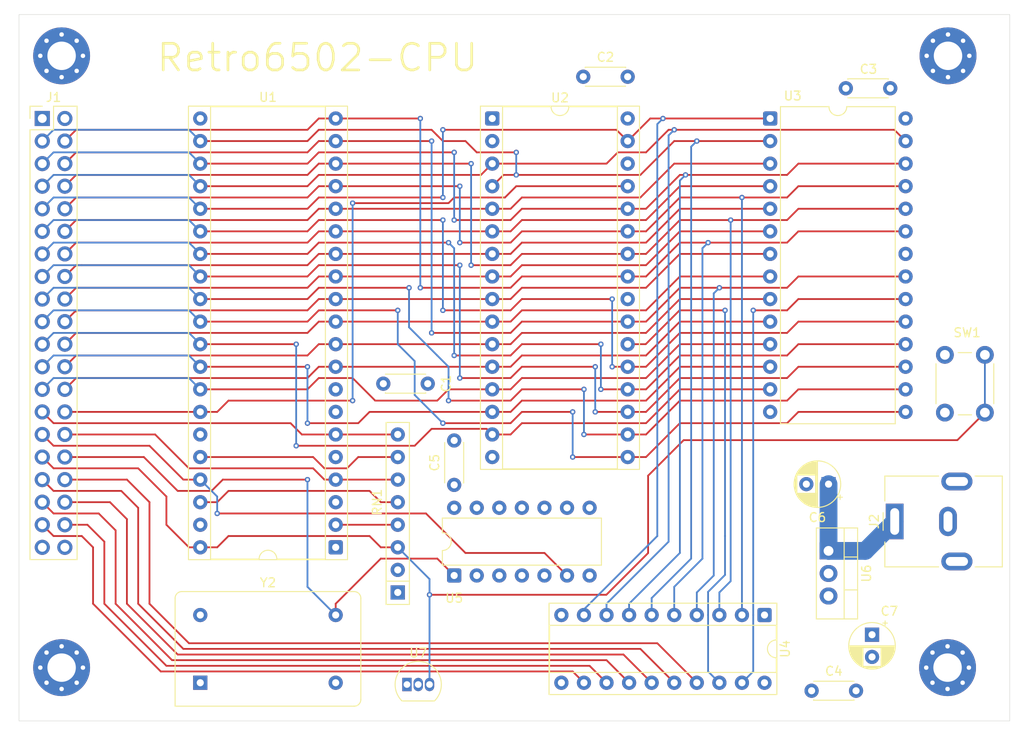
<source format=kicad_pcb>
(kicad_pcb (version 20241229) (generator "pcbnew") (generator_version "9.0")
  (layers (0 "F.Cu" signal) (4 "In1.Cu" signal) (6 "In2.Cu" signal) (2 "B.Cu" signal) (13 "F.Paste" user) (15 "B.Paste" user) (5 "F.SilkS" user "F.Silkscreen") (7 "B.SilkS" user "B.Silkscreen") (1 "F.Mask" user) (3 "B.Mask" user) (25 "Edge.Cuts" user))
  (net 0 "")
  (net 1 "/A1")
  (net 2 "/A10")
  (net 3 "/~{CSROM}")
  (net 4 "/A5")
  (net 5 "/D2")
  (net 6 "/A8")
  (net 7 "/A2")
  (net 8 "/D7")
  (net 9 "/R{slash}~{W}")
  (net 10 "/A14")
  (net 11 "/A0")
  (net 12 "/A7")
  (net 13 "/A6")
  (net 14 "/A4")
  (net 15 "/D5")
  (net 16 "/D4")
  (net 17 "/A13")
  (net 18 "/D0")
  (net 19 "/A3")
  (net 20 "/A11")
  (net 21 "/A9")
  (net 22 "/A12")
  (net 23 "/A15")
  (net 24 "/D6")
  (net 25 "/D1")
  (net 26 "/D3")
  (net 27 "/1MHz")
  (net 28 "VCC")
  (net 29 "Net-(U6-VI)")
  (net 30 "/~{IOCS5}")
  (net 31 "/~{RESET}")
  (net 32 "/~{IOCS2}")
  (net 33 "/~{IOCS6}")
  (net 34 "/~{NMI}")
  (net 35 "/~{IOCS4}")
  (net 36 "GND")
  (net 37 "/~{CSRAM}")
  (net 38 "/16MHz")
  (net 39 "/~{IOCS3}")
  (net 40 "/~{IRQ}")
  (net 41 "/~{IOCS1}")
  (net 42 "/RDY")
  (net 43 "/~{SO}")
  (net 44 "/BE")
  (footprint "Capacitor_THT:C_Disc_D4.3mm_W1.9mm_P5.00mm" (layer "F.Cu") (at 180.975 117.435 90)
    (property "Reference" "C5")
    (property "Value" "100n")
  )
  (footprint "Package_DIP:DIP-28_W15.24mm" (layer "F.Cu") (at 216.535 76.2)
    (property "Reference" "U3")
    (property "Value" "27C512")
  )
  (footprint "Package_DIP:DIP-20_W7.62mm_Socket" (layer "F.Cu") (at 215.9 132.08 -90)
    (property "Reference" "U4")
    (property "Value" "GAL16V8")
  )
  (footprint "Capacitor_THT:C_Disc_D4.3mm_W1.9mm_P5.00mm" (layer "F.Cu") (at 221.2 140.6)
    (property "Reference" "C4")
    (property "Value" "100n")
  )
  (footprint "Connector_PinHeader_2.54mm:PinHeader_2x20_P2.54mm_Vertical" (layer "F.Cu") (at 134.62 76.2)
    (property "Reference" "J1")
    (property "Value" "BUS")
  )
  (footprint "Capacitor_THT:C_Disc_D4.3mm_W1.9mm_P5.00mm" (layer "F.Cu") (at 173 106.045)
    (property "Reference" "C1")
    (property "Value" "100n")
  )
  (footprint "Package_DIP:DIP-14_W7.62mm" (layer "F.Cu") (at 180.975 127.63 90)
    (property "Reference" "U5")
    (property "Value" "4024")
  )
  (footprint "Button_Switch_THT:SW_PUSH_6mm_H4.3mm" (layer "F.Cu") (at 236.2 109.3 90)
    (property "Reference" "SW1")
    (property "Value" "SW_Push")
  )
  (footprint "Resistor_THT:R_Array_SIP8" (layer "F.Cu") (at 174.625 129.54 90)
    (property "Reference" "RN1")
    (property "Value" "10k")
  )
  (footprint "MountingHole:MountingHole_3.2mm_M3_Pad_Via" (layer "F.Cu") (at 136.797056 138)
    (property "Reference" "H3")
    (property "Value" "MountingHole_Pad")
  )
  (footprint "Package_TO_SOT_THT:TO-220-3_Vertical" (layer "F.Cu") (at 223.105 124.86 -90)
    (property "Reference" "U6")
    (property "Value" "LM7805_TO220")
  )
  (footprint "Capacitor_THT:C_Disc_D4.3mm_W1.9mm_P5.00mm" (layer "F.Cu") (at 230.05 72.8 180)
    (property "Reference" "C3")
    (property "Value" "100n")
  )
  (footprint "Capacitor_THT:CP_Radial_D5.0mm_P2.50mm" (layer "F.Cu") (at 223.105 117.35 180)
    (property "Reference" "C6")
    (property "Value" "100μ")
  )
  (footprint "Package_DIP:DIP-40_W15.24mm_Socket" (layer "F.Cu") (at 167.64 124.46 180)
    (property "Reference" "U1")
    (property "Value" "W65C02SxP")
  )
  (footprint "Package_TO_SOT_THT:TO-92_Inline" (layer "F.Cu") (at 175.66 139.9)
    (property "Reference" "U7")
    (property "Value" "MCP120-xxxGxTO")
  )
  (footprint "MountingHole:MountingHole_3.2mm_M3_Pad_Via" (layer "F.Cu") (at 136.797056 69.147056)
    (property "Reference" "H1")
    (property "Value" "MountingHole_Pad")
  )
  (footprint "MountingHole:MountingHole_3.2mm_M3_Pad_Via" (layer "F.Cu") (at 236.5 138)
    (property "Reference" "H4")
    (property "Value" "MountingHole_Pad")
  )
  (footprint "Connector_BarrelJack:BarrelJack_CUI_PJ-063AH_Horizontal" (layer "F.Cu") (at 230.55 121.55 90)
    (property "Reference" "J2")
    (property "Value" "Barrel_Jack_MountingPin")
  )
  (footprint "MountingHole:MountingHole_3.2mm_M3_Pad_Via" (layer "F.Cu") (at 236.55 69.147056)
    (property "Reference" "H2")
    (property "Value" "MountingHole_Pad")
  )
  (footprint "Capacitor_THT:CP_Radial_D5.0mm_P2.50mm" (layer "F.Cu") (at 228 134.294888 -90)
    (property "Reference" "C7")
    (property "Value" "100μ")
  )
  (footprint "Oscillator:Oscillator_DIP-14" (layer "F.Cu") (at 152.4 139.7)
    (property "Reference" "Y2")
    (property "Value" "16MHz")
  )
  (footprint "Package_DIP:DIP-32_W15.24mm_Socket" (layer "F.Cu") (at 185.26 76.2)
    (property "Reference" "U2")
    (property "Value" "HM628128_DIP32_SOP32")
  )
  (footprint "Capacitor_THT:C_Disc_D4.3mm_W1.9mm_P5.00mm" (layer "F.Cu") (at 200.5 71.5 180)
    (property "Reference" "C2")
    (property "Value" "100n")
  )
  (gr_rect (start 132 64.5) (end 243.5 144) (stroke (width 0.05)) (fill no) (layer "Edge.Cuts"))
  (gr_text "Retro6502-CPU" (at 147.32 71.12 0) (layer "F.SilkS") (effects (font (size 3 3) (thickness 0.3)) (justify left bottom)))
  (segment (start 206.375 96.52) (end 216.535 96.52) (width 0.2) (layer "F.Cu") (net 1))
  (segment (start 137.16 104.14) (end 138.43 102.87) (width 0.2) (layer "F.Cu") (net 1))
  (segment (start 167.64 101.6) (end 185.26 101.6) (width 0.2) (layer "F.Cu") (net 1))
  (segment (start 187.325 101.6) (end 188.595 100.33) (width 0.2) (layer "F.Cu") (net 1))
  (segment (start 138.43 102.87) (end 164.465 102.87) (width 0.2) (layer "F.Cu") (net 1))
  (segment (start 202.565 100.33) (end 206.375 96.52) (width 0.2) (layer "F.Cu") (net 1))
  (segment (start 165.735 101.6) (end 167.64 101.6) (width 0.2) (layer "F.Cu") (net 1))
  (segment (start 185.26 101.6) (end 187.325 101.6) (width 0.2) (layer "F.Cu") (net 1))
  (segment (start 188.595 100.33) (end 202.565 100.33) (width 0.2) (layer "F.Cu") (net 1))
  (segment (start 164.465 102.87) (end 165.735 101.6) (width 0.2) (layer "F.Cu") (net 1))
  (segment (start 187.325 100.33) (end 178.435 100.33) (width 0.2) (layer "F.Cu") (net 2))
  (segment (start 200.5 99.06) (end 188.595 99.06) (width 0.2) (layer "F.Cu") (net 2))
  (segment (start 165.735 78.74) (end 167.64 78.74) (width 0.2) (layer "F.Cu") (net 2))
  (segment (start 138.43 80.01) (end 137.16 81.28) (width 0.2) (layer "F.Cu") (net 2))
  (segment (start 188.595 99.06) (end 187.325 100.33) (width 0.2) (layer "F.Cu") (net 2))
  (segment (start 231.775 93.98) (end 219.71 93.98) (width 0.2) (layer "F.Cu") (net 2))
  (segment (start 164.465 80.01) (end 165.735 78.74) (width 0.2) (layer "F.Cu") (net 2))
  (segment (start 210.82 95.25) (end 206.375 95.25) (width 0.2) (layer "F.Cu") (net 2))
  (segment (start 164.465 80.01) (end 138.43 80.01) (width 0.2) (layer "F.Cu") (net 2))
  (segment (start 218.44 95.25) (end 210.82 95.25) (width 0.2) (layer "F.Cu") (net 2))
  (segment (start 206.375 95.25) (end 202.565 99.06) (width 0.2) (layer "F.Cu") (net 2))
  (segment (start 219.71 93.98) (end 218.44 95.25) (width 0.2) (layer "F.Cu") (net 2))
  (segment (start 202.565 99.06) (end 200.5 99.06) (width 0.2) (layer "F.Cu") (net 2))
  (segment (start 178.435 78.74) (end 167.64 78.74) (width 0.2) (layer "F.Cu") (net 2))
  (via (at 210.82 95.25) (size 0.6) (drill 0.3) (layers "F.Cu" "B.Cu") (net 2))
  (via (at 178.435 100.33) (size 0.6) (drill 0.3) (layers "F.Cu" "B.Cu") (net 2))
  (via (at 178.435 78.74) (size 0.6) (drill 0.3) (layers "F.Cu" "B.Cu") (net 2))
  (segment (start 210.185 127.635) (end 210.185 95.885) (width 0.2) (layer "B.Cu") (net 2))
  (segment (start 210.185 95.885) (end 210.82 95.25) (width 0.2) (layer "B.Cu") (net 2))
  (segment (start 178.435 100.33) (end 178.435 78.74) (width 0.2) (layer "B.Cu") (net 2))
  (segment (start 208.28 132.08) (end 208.28 129.54) (width 0.2) (layer "B.Cu") (net 2))
  (segment (start 208.28 129.54) (end 210.185 127.635) (width 0.2) (layer "B.Cu") (net 2))
  (segment (start 219.71 96.52) (end 231.775 96.52) (width 0.2) (layer "F.Cu") (net 3))
  (segment (start 218.44 97.79) (end 219.71 96.52) (width 0.2) (layer "F.Cu") (net 3))
  (segment (start 214.63 97.79) (end 218.44 97.79) (width 0.2) (layer "F.Cu") (net 3))
  (via (at 214.63 97.79) (size 0.6) (drill 0.3) (layers "F.Cu" "B.Cu") (net 3))
  (segment (start 214.63 138.43) (end 214.63 132.08) (width 0.2) (layer "B.Cu") (net 3))
  (segment (start 213.36 139.7) (end 214.63 138.43) (width 0.2) (layer "B.Cu") (net 3))
  (segment (start 214.63 132.08) (end 214.63 97.79) (width 0.2) (layer "B.Cu") (net 3))
  (segment (start 139.065 92.71) (end 164.465 92.71) (width 0.2) (layer "F.Cu") (net 4))
  (segment (start 165.735 91.44) (end 167.64 91.44) (width 0.2) (layer "F.Cu") (net 4))
  (segment (start 167.64 91.44) (end 185.26 91.44) (width 0.2) (layer "F.Cu") (net 4))
  (segment (start 137.16 93.98) (end 138.43 92.71) (width 0.2) (layer "F.Cu") (net 4))
  (segment (start 187.325 91.44) (end 185.26 91.44) (width 0.2) (layer "F.Cu") (net 4))
  (segment (start 164.465 92.71) (end 165.735 91.44) (width 0.2) (layer "F.Cu") (net 4))
  (segment (start 188.595 90.17) (end 187.325 91.44) (width 0.2) (layer "F.Cu") (net 4))
  (segment (start 216.535 86.36) (end 206.375 86.36) (width 0.2) (layer "F.Cu") (net 4))
  (segment (start 138.43 92.71) (end 139.065 92.71) (width 0.2) (layer "F.Cu") (net 4))
  (segment (start 206.375 86.36) (end 202.565 90.17) (width 0.2) (layer "F.Cu") (net 4))
  (segment (start 202.565 90.17) (end 188.595 90.17) (width 0.2) (layer "F.Cu") (net 4))
  (segment (start 202.565 110.49) (end 188.595 110.49) (width 0.2) (layer "F.Cu") (net 5))
  (segment (start 216.535 106.68) (end 206.375 106.68) (width 0.2) (layer "F.Cu") (net 5))
  (segment (start 187.325 111.76) (end 185.26 111.76) (width 0.2) (layer "F.Cu") (net 5))
  (segment (start 206.375 106.68) (end 202.565 110.49) (width 0.2) (layer "F.Cu") (net 5))
  (segment (start 176.53 113.03) (end 163.195 113.03) (width 0.2) (layer "F.Cu") (net 5))
  (segment (start 188.595 110.49) (end 187.325 111.76) (width 0.2) (layer "F.Cu") (net 5))
  (segment (start 163.195 101.6) (end 152.4 101.6) (width 0.2) (layer "F.Cu") (net 5))
  (segment (start 178.435 111.125) (end 176.53 113.03) (width 0.2) (layer "F.Cu") (net 5))
  (segment (start 185.26 111.76) (end 184.625 111.125) (width 0.2) (layer "F.Cu") (net 5))
  (segment (start 184.625 111.125) (end 178.435 111.125) (width 0.2) (layer "F.Cu") (net 5))
  (via (at 163.195 101.6) (size 0.6) (drill 0.3) (layers "F.Cu" "B.Cu") (net 5))
  (via (at 163.195 113.03) (size 0.6) (drill 0.3) (layers "F.Cu" "B.Cu") (net 5))
  (segment (start 135.89 100.33) (end 151.13 100.33) (width 0.2) (layer "B.Cu") (net 5))
  (segment (start 151.13 100.33) (end 152.4 101.6) (width 0.2) (layer "B.Cu") (net 5))
  (segment (start 163.195 113.03) (end 163.195 101.6) (width 0.2) (layer "B.Cu") (net 5))
  (segment (start 134.62 101.6) (end 135.89 100.33) (width 0.2) (layer "B.Cu") (net 5))
  (segment (start 200.5 88.9) (end 188.595 88.9) (width 0.2) (layer "F.Cu") (net 6))
  (segment (start 164.465 85.09) (end 165.735 83.82) (width 0.2) (layer "F.Cu") (net 6))
  (segment (start 138.43 85.09) (end 164.465 85.09) (width 0.2) (layer "F.Cu") (net 6))
  (segment (start 213.36 85.09) (end 218.44 85.09) (width 0.2) (layer "F.Cu") (net 6))
  (segment (start 188.595 88.9) (end 187.325 90.17) (width 0.2) (layer "F.Cu") (net 6))
  (segment (start 165.735 83.82) (end 167.64 83.82) (width 0.2) (layer "F.Cu") (net 6))
  (segment (start 202.565 88.9) (end 206.375 85.09) (width 0.2) (layer "F.Cu") (net 6))
  (segment (start 181.61 83.82) (end 167.64 83.82) (width 0.2) (layer "F.Cu") (net 6))
  (segment (start 137.16 86.36) (end 138.43 85.09) (width 0.2) (layer "F.Cu") (net 6))
  (segment (start 218.44 85.09) (end 219.71 83.82) (width 0.2) (layer "F.Cu") (net 6))
  (segment (start 200.5 88.9) (end 202.565 88.9) (width 0.2) (layer "F.Cu") (net 6))
  (segment (start 206.375 85.09) (end 213.36 85.09) (width 0.2) (layer "F.Cu") (net 6))
  (segment (start 219.71 83.82) (end 231.775 83.82) (width 0.2) (layer "F.Cu") (net 6))
  (segment (start 187.325 90.17) (end 181.61 90.17) (width 0.2) (layer "F.Cu") (net 6))
  (via (at 181.61 83.82) (size 0.6) (drill 0.3) (layers "F.Cu" "B.Cu") (net 6))
  (via (at 181.61 90.17) (size 0.6) (drill 0.3) (layers "F.Cu" "B.Cu") (net 6))
  (via (at 213.36 85.09) (size 0.6) (drill 0.3) (layers "F.Cu" "B.Cu") (net 6))
  (segment (start 213.36 132.08) (end 213.36 85.09) (width 0.2) (layer "B.Cu") (net 6))
  (segment (start 181.61 90.17) (end 181.61 83.82) (width 0.2) (layer "B.Cu") (net 6))
  (segment (start 164.465 100.33) (end 165.735 99.06) (width 0.2) (layer "F.Cu") (net 7))
  (segment (start 202.565 97.79) (end 206.375 93.98) (width 0.2) (layer "F.Cu") (net 7))
  (segment (start 185.26 99.06) (end 167.64 99.06) (width 0.2) (layer "F.Cu") (net 7))
  (segment (start 206.375 93.98) (end 216.535 93.98) (width 0.2) (layer "F.Cu") (net 7))
  (segment (start 138.43 100.33) (end 164.465 100.33) (width 0.2) (layer "F.Cu") (net 7))
  (segment (start 165.735 99.06) (end 167.64 99.06) (width 0.2) (layer "F.Cu") (net 7))
  (segment (start 185.26 99.06) (end 187.325 99.06) (width 0.2) (layer "F.Cu") (net 7))
  (segment (start 188.595 97.79) (end 202.565 97.79) (width 0.2) (layer "F.Cu") (net 7))
  (segment (start 187.325 99.06) (end 188.595 97.79) (width 0.2) (layer "F.Cu") (net 7))
  (segment (start 137.16 101.6) (end 138.43 100.33) (width 0.2) (layer "F.Cu") (net 7))
  (segment (start 165.735 87.63) (end 179.705 87.63) (width 0.2) (layer "F.Cu") (net 8))
  (segment (start 179.705 97.79) (end 187.325 97.79) (width 0.2) (layer "F.Cu") (net 8))
  (segment (start 188.595 96.52) (end 198.755 96.52) (width 0.2) (layer "F.Cu") (net 8))
  (segment (start 187.325 97.79) (end 188.595 96.52) (width 0.2) (layer "F.Cu") (net 8))
  (segment (start 152.4 88.9) (end 164.465 88.9) (width 0.2) (layer "F.Cu") (net 8))
  (segment (start 200.5 104.14) (end 202.565 104.14) (width 0.2) (layer "F.Cu") (net 8))
  (segment (start 202.565 104.14) (end 206.375 100.33) (width 0.2) (layer "F.Cu") (net 8))
  (segment (start 206.375 100.33) (end 218.44 100.33) (width 0.2) (layer "F.Cu") (net 8))
  (segment (start 219.71 99.06) (end 231.775 99.06) (width 0.2) (layer "F.Cu") (net 8))
  (segment (start 198.755 104.14) (end 200.5 104.14) (width 0.2) (layer "F.Cu") (net 8))
  (segment (start 218.44 100.33) (end 219.71 99.06) (width 0.2) (layer "F.Cu") (net 8))
  (segment (start 164.465 88.9) (end 165.735 87.63) (width 0.2) (layer "F.Cu") (net 8))
  (via (at 198.755 104.14) (size 0.6) (drill 0.3) (layers "F.Cu" "B.Cu") (net 8))
  (via (at 198.755 96.52) (size 0.6) (drill 0.3) (layers "F.Cu" "B.Cu") (net 8))
  (via (at 179.705 87.63) (size 0.6) (drill 0.3) (layers "F.Cu" "B.Cu") (net 8))
  (via (at 179.705 97.79) (size 0.6) (drill 0.3) (layers "F.Cu" "B.Cu") (net 8))
  (segment (start 135.89 87.63) (end 151.13 87.63) (width 0.2) (layer "B.Cu") (net 8))
  (segment (start 151.13 87.63) (end 152.4 88.9) (width 0.2) (layer "B.Cu") (net 8))
  (segment (start 198.755 96.52) (end 198.755 104.14) (width 0.2) (layer "B.Cu") (net 8))
  (segment (start 179.705 87.63) (end 179.705 97.79) (width 0.2) (layer "B.Cu") (net 8))
  (segment (start 134.62 88.9) (end 135.89 87.63) (width 0.2) (layer "B.Cu") (net 8))
  (segment (start 187.96 83.82) (end 186.69 85.09) (width 0.2) (layer "F.Cu") (net 9))
  (segment (start 155.575 107.95) (end 154.305 109.22) (width 0.2) (layer "F.Cu") (net 9))
  (segment (start 154.305 109.22) (end 152.4 109.22) (width 0.2) (layer "F.Cu") (net 9))
  (segment (start 180.975 85.09) (end 180.34 85.725) (width 0.2) (layer "F.Cu") (net 9))
  (segment (start 180.34 85.725) (end 169.545 85.725) (width 0.2) (layer "F.Cu") (net 9))
  (segment (start 169.545 107.95) (end 155.575 107.95) (width 0.2) (layer "F.Cu") (net 9))
  (segment (start 137.16 109.22) (end 152.4 109.22) (width 0.2) (layer "F.Cu") (net 9))
  (segment (start 200.5 83.82) (end 187.96 83.82) (width 0.2) (layer "F.Cu") (net 9))
  (segment (start 184.785 85.09) (end 180.975 85.09) (width 0.2) (layer "F.Cu") (net 9))
  (segment (start 186.69 85.09) (end 184.785 85.09) (width 0.2) (layer "F.Cu") (net 9))
  (via (at 169.545 107.95) (size 0.6) (drill 0.3) (layers "F.Cu" "B.Cu") (net 9))
  (via (at 169.545 85.725) (size 0.6) (drill 0.3) (layers "F.Cu" "B.Cu") (net 9))
  (segment (start 169.545 85.725) (end 169.545 107.95) (width 0.2) (layer "B.Cu") (net 9))
  (segment (start 205.74 77.47) (end 230.505 77.47) (width 0.2) (layer "F.Cu") (net 10))
  (segment (start 165.735 82.55) (end 183.99 82.55) (width 0.2) (layer "F.Cu") (net 10))
  (segment (start 230.505 77.47) (end 231.775 78.74) (width 0.2) (layer "F.Cu") (net 10))
  (segment (start 152.4 83.82) (end 164.465 83.82) (width 0.2) (layer "F.Cu") (net 10))
  (segment (start 164.465 83.82) (end 165.735 82.55) (width 0.2) (layer "F.Cu") (net 10))
  (segment (start 198.12 81.28) (end 199.39 80.01) (width 0.2) (layer "F.Cu") (net 10))
  (segment (start 199.39 80.01) (end 202.565 80.01) (width 0.2) (layer "F.Cu") (net 10))
  (segment (start 202.565 80.01) (end 205.105 77.47) (width 0.2) (layer "F.Cu") (net 10))
  (segment (start 205.105 77.47) (end 205.74 77.47) (width 0.2) (layer "F.Cu") (net 10))
  (segment (start 183.99 82.55) (end 185.26 81.28) (width 0.2) (layer "F.Cu") (net 10))
  (segment (start 185.26 81.28) (end 198.12 81.28) (width 0.2) (layer "F.Cu") (net 10))
  (via (at 205.74 77.47) (size 0.6) (drill 0.3) (layers "F.Cu" "B.Cu") (net 10))
  (segment (start 198.12 132.08) (end 198.12 130.81) (width 0.2) (layer "B.Cu") (net 10))
  (segment (start 198.12 130.81) (end 205.105 123.825) (width 0.2) (layer "B.Cu") (net 10))
  (segment (start 205.105 78.105) (end 205.74 77.47) (width 0.2) (layer "B.Cu") (net 10))
  (segment (start 205.105 123.825) (end 205.105 78.105) (width 0.2) (layer "B.Cu") (net 10))
  (segment (start 135.89 82.55) (end 151.13 82.55) (width 0.2) (layer "B.Cu") (net 10))
  (segment (start 134.62 83.82) (end 135.89 82.55) (width 0.2) (layer "B.Cu") (net 10))
  (segment (start 151.13 82.55) (end 152.4 83.82) (width 0.2) (layer "B.Cu") (net 10))
  (segment (start 185.26 104.14) (end 167.64 104.14) (width 0.2) (layer "F.Cu") (net 11))
  (segment (start 216.535 99.06) (end 206.375 99.06) (width 0.2) (layer "F.Cu") (net 11))
  (segment (start 137.16 106.68) (end 138.43 105.41) (width 0.2) (layer "F.Cu") (net 11))
  (segment (start 187.325 104.14) (end 185.26 104.14) (width 0.2) (layer "F.Cu") (net 11))
  (segment (start 165.735 104.14) (end 167.64 104.14) (width 0.2) (layer "F.Cu") (net 11))
  (segment (start 206.375 99.06) (end 202.565 102.87) (width 0.2) (layer "F.Cu") (net 11))
  (segment (start 138.43 105.41) (end 164.465 105.41) (width 0.2) (layer "F.Cu") (net 11))
  (segment (start 202.565 102.87) (end 188.595 102.87) (width 0.2) (layer "F.Cu") (net 11))
  (segment (start 164.465 105.41) (end 165.735 104.14) (width 0.2) (layer "F.Cu") (net 11))
  (segment (start 188.595 102.87) (end 187.325 104.14) (width 0.2) (layer "F.Cu") (net 11))
  (segment (start 137.16 88.9) (end 138.43 87.63) (width 0.2) (layer "F.Cu") (net 12))
  (segment (start 164.465 87.63) (end 165.735 86.36) (width 0.2) (layer "F.Cu") (net 12))
  (segment (start 201.93 85.09) (end 205.74 81.28) (width 0.2) (layer "F.Cu") (net 12))
  (segment (start 205.74 81.28) (end 216.535 81.28) (width 0.2) (layer "F.Cu") (net 12))
  (segment (start 138.43 87.63) (end 164.465 87.63) (width 0.2) (layer "F.Cu") (net 12))
  (segment (start 167.64 86.36) (end 185.26 86.36) (width 0.2) (layer "F.Cu") (net 12))
  (segment (start 187.325 86.36) (end 188.595 85.09) (width 0.2) (layer "F.Cu") (net 12))
  (segment (start 165.735 86.36) (end 167.64 86.36) (width 0.2) (layer "F.Cu") (net 12))
  (segment (start 185.26 86.36) (end 187.325 86.36) (width 0.2) (layer "F.Cu") (net 12))
  (segment (start 188.595 85.09) (end 201.93 85.09) (width 0.2) (layer "F.Cu") (net 12))
  (segment (start 138.43 90.17) (end 164.465 90.17) (width 0.2) (layer "F.Cu") (net 13))
  (segment (start 206.375 83.82) (end 202.565 87.63) (width 0.2) (layer "F.Cu") (net 13))
  (segment (start 216.535 83.82) (end 206.375 83.82) (width 0.2) (layer "F.Cu") (net 13))
  (segment (start 164.465 90.17) (end 165.735 88.9) (width 0.2) (layer "F.Cu") (net 13))
  (segment (start 202.565 87.63) (end 188.595 87.63) (width 0.2) (layer "F.Cu") (net 13))
  (segment (start 137.16 91.44) (end 138.43 90.17) (width 0.2) (layer "F.Cu") (net 13))
  (segment (start 188.595 87.63) (end 187.325 88.9) (width 0.2) (layer "F.Cu") (net 13))
  (segment (start 185.26 88.9) (end 167.64 88.9) (width 0.2) (layer "F.Cu") (net 13))
  (segment (start 187.325 88.9) (end 185.26 88.9) (width 0.2) (layer "F.Cu") (net 13))
  (segment (start 165.735 88.9) (end 167.64 88.9) (width 0.2) (layer "F.Cu") (net 13))
  (segment (start 137.16 96.52) (end 138.43 95.25) (width 0.2) (layer "F.Cu") (net 14))
  (segment (start 185.26 93.98) (end 167.64 93.98) (width 0.2) (layer "F.Cu") (net 14))
  (segment (start 202.565 92.71) (end 188.595 92.71) (width 0.2) (layer "F.Cu") (net 14))
  (segment (start 164.465 95.25) (end 165.735 93.98) (width 0.2) (layer "F.Cu") (net 14))
  (segment (start 187.325 93.98) (end 185.26 93.98) (width 0.2) (layer "F.Cu") (net 14))
  (segment (start 206.375 88.9) (end 202.565 92.71) (width 0.2) (layer "F.Cu") (net 14))
  (segment (start 165.735 93.98) (end 167.64 93.98) (width 0.2) (layer "F.Cu") (net 14))
  (segment (start 216.535 88.9) (end 206.375 88.9) (width 0.2) (layer "F.Cu") (net 14))
  (segment (start 138.43 95.25) (end 164.465 95.25) (width 0.2) (layer "F.Cu") (net 14))
  (segment (start 188.595 92.71) (end 187.325 93.98) (width 0.2) (layer "F.Cu") (net 14))
  (segment (start 219.71 104.14) (end 231.775 104.14) (width 0.2) (layer "F.Cu") (net 15))
  (segment (start 206.375 105.41) (end 218.44 105.41) (width 0.2) (layer "F.Cu") (net 15))
  (segment (start 200.5 109.22) (end 202.565 109.22) (width 0.2) (layer "F.Cu") (net 15))
  (segment (start 187.325 105.41) (end 188.595 104.14) (width 0.2) (layer "F.Cu") (net 15))
  (segment (start 188.595 104.14) (end 196.85 104.14) (width 0.2) (layer "F.Cu") (net 15))
  (segment (start 202.565 109.22) (end 206.375 105.41) (width 0.2) (layer "F.Cu") (net 15))
  (segment (start 165.735 92.71) (end 181.61 92.71) (width 0.2) (layer "F.Cu") (net 15))
  (segment (start 196.85 109.22) (end 200.5 109.22) (width 0.2) (layer "F.Cu") (net 15))
  (segment (start 218.44 105.41) (end 219.71 104.14) (width 0.2) (layer "F.Cu") (net 15))
  (segment (start 164.465 93.98) (end 165.735 92.71) (width 0.2) (layer "F.Cu") (net 15))
  (segment (start 152.4 93.98) (end 164.465 93.98) (width 0.2) (layer "F.Cu") (net 15))
  (segment (start 181.61 105.41) (end 187.325 105.41) (width 0.2) (layer "F.Cu") (net 15))
  (via (at 181.61 105.41) (size 0.6) (drill 0.3) (layers "F.Cu" "B.Cu") (net 15))
  (via (at 196.85 104.14) (size 0.6) (drill 0.3) (layers "F.Cu" "B.Cu") (net 15))
  (via (at 181.61 92.71) (size 0.6) (drill 0.3) (layers "F.Cu" "B.Cu") (net 15))
  (via (at 196.85 109.22) (size 0.6) (drill 0.3) (layers "F.Cu" "B.Cu") (net 15))
  (segment (start 135.89 92.71) (end 151.13 92.71) (width 0.2) (layer "B.Cu") (net 15))
  (segment (start 134.62 93.98) (end 135.89 92.71) (width 0.2) (layer "B.Cu") (net 15))
  (segment (start 151.13 92.71) (end 152.4 93.98) (width 0.2) (layer "B.Cu") (net 15))
  (segment (start 181.61 92.71) (end 181.61 105.41) (width 0.2) (layer "B.Cu") (net 15))
  (segment (start 196.85 104.14) (end 196.85 109.22) (width 0.2) (layer "B.Cu") (net 15))
  (segment (start 165.735 95.25) (end 175.895 95.25) (width 0.2) (layer "F.Cu") (net 16))
  (segment (start 180.34 107.95) (end 187.325 107.95) (width 0.2) (layer "F.Cu") (net 16))
  (segment (start 188.595 106.68) (end 195.58 106.68) (width 0.2) (layer "F.Cu") (net 16))
  (segment (start 164.465 96.52) (end 165.735 95.25) (width 0.2) (layer "F.Cu") (net 16))
  (segment (start 219.71 106.68) (end 231.775 106.68) (width 0.2) (layer "F.Cu") (net 16))
  (segment (start 218.44 107.95) (end 219.71 106.68) (width 0.2) (layer "F.Cu") (net 16))
  (segment (start 206.375 107.95) (end 218.44 107.95) (width 0.2) (layer "F.Cu") (net 16))
  (segment (start 202.565 111.76) (end 206.375 107.95) (width 0.2) (layer "F.Cu") (net 16))
  (segment (start 187.325 107.95) (end 188.595 106.68) (width 0.2) (layer "F.Cu") (net 16))
  (segment (start 200.5 111.76) (end 202.565 111.76) (width 0.2) (layer "F.Cu") (net 16))
  (segment (start 195.58 111.76) (end 200.5 111.76) (width 0.2) (layer "F.Cu") (net 16))
  (segment (start 152.4 96.52) (end 164.465 96.52) (width 0.2) (layer "F.Cu") (net 16))
  (via (at 175.895 95.25) (size 0.6) (drill 0.3) (layers "F.Cu" "B.Cu") (net 16))
  (via (at 180.34 107.95) (size 0.6) (drill 0.3) (layers "F.Cu" "B.Cu") (net 16))
  (via (at 195.58 111.76) (size 0.6) (drill 0.3) (layers "F.Cu" "B.Cu") (net 16))
  (via (at 195.58 106.68) (size 0.6) (drill 0.3) (layers "F.Cu" "B.Cu") (net 16))
  (segment (start 180.34 104.14) (end 180.34 107.95) (width 0.2) (layer "B.Cu") (net 16))
  (segment (start 135.89 95.25) (end 151.13 95.25) (width 0.2) (layer "B.Cu") (net 16))
  (segment (start 195.58 106.68) (end 195.58 111.76) (width 0.2) (layer "B.Cu") (net 16))
  (segment (start 179.07 102.87) (end 180.34 104.14) (width 0.2) (layer "B.Cu") (net 16))
  (segment (start 175.895 95.25) (end 175.895 99.695) (width 0.2) (layer "B.Cu") (net 16))
  (segment (start 175.895 99.695) (end 179.07 102.87) (width 0.2) (layer "B.Cu") (net 16))
  (segment (start 134.62 96.52) (end 135.89 95.25) (width 0.2) (layer "B.Cu") (net 16))
  (segment (start 151.13 95.25) (end 152.4 96.52) (width 0.2) (layer "B.Cu") (net 16))
  (segment (start 206.375 82.55) (end 207.01 82.55) (width 0.2) (layer "F.Cu") (net 17))
  (segment (start 218.44 82.55) (end 219.71 81.28) (width 0.2) (layer "F.Cu") (net 17))
  (segment (start 200.5 86.36) (end 188.595 86.36) (width 0.2) (layer "F.Cu") (net 17))
  (segment (start 188.595 86.36) (end 187.325 87.63) (width 0.2) (layer "F.Cu") (net 17))
  (segment (start 207.01 82.55) (end 218.44 82.55) (width 0.2) (layer "F.Cu") (net 17))
  (segment (start 219.71 81.28) (end 231.775 81.28) (width 0.2) (layer "F.Cu") (net 17))
  (segment (start 200.5 86.36) (end 202.565 86.36) (width 0.2) (layer "F.Cu") (net 17))
  (segment (start 165.735 80.01) (end 164.465 81.28) (width 0.2) (layer "F.Cu") (net 17))
  (segment (start 202.565 86.36) (end 206.375 82.55) (width 0.2) (layer "F.Cu") (net 17))
  (segment (start 164.465 81.28) (end 152.4 81.28) (width 0.2) (layer "F.Cu") (net 17))
  (segment (start 180.975 80.01) (end 165.735 80.01) (width 0.2) (layer "F.Cu") (net 17))
  (segment (start 187.325 87.63) (end 180.975 87.63) (width 0.2) (layer "F.Cu") (net 17))
  (via (at 180.975 80.01) (size 0.6) (drill 0.3) (layers "F.Cu" "B.Cu") (net 17))
  (via (at 180.975 87.63) (size 0.6) (drill 0.3) (layers "F.Cu" "B.Cu") (net 17))
  (via (at 207.01 82.55) (size 0.6) (drill 0.3) (layers "F.Cu" "B.Cu") (net 17))
  (segment (start 135.89 80.01) (end 151.13 80.01) (width 0.2) (layer "B.Cu") (net 17))
  (segment (start 206.375 125.095) (end 206.375 83.185) (width 0.2) (layer "B.Cu") (net 17))
  (segment (start 200.66 130.81) (end 206.375 125.095) (width 0.2) (layer "B.Cu") (net 17))
  (segment (start 151.13 80.01) (end 152.4 81.28) (width 0.2) (layer "B.Cu") (net 17))
  (segment (start 200.66 132.08) (end 200.66 130.81) (width 0.2) (layer "B.Cu") (net 17))
  (segment (start 180.975 87.63) (end 180.975 80.01) (width 0.2) (layer "B.Cu") (net 17))
  (segment (start 206.375 83.185) (end 207.01 82.55) (width 0.2) (layer "B.Cu") (net 17))
  (segment (start 134.62 81.28) (end 135.89 80.01) (width 0.2) (layer "B.Cu") (net 17))
  (segment (start 202.565 105.41) (end 188.595 105.41) (width 0.2) (layer "F.Cu") (net 18))
  (segment (start 187.325 106.68) (end 185.26 106.68) (width 0.2) (layer "F.Cu") (net 18))
  (segment (start 164.465 106.68) (end 152.4 106.68) (width 0.2) (layer "F.Cu") (net 18))
  (segment (start 179.07 107.95) (end 172.085 107.95) (width 0.2) (layer "F.Cu") (net 18))
  (segment (start 188.595 105.41) (end 187.325 106.68) (width 0.2) (layer "F.Cu") (net 18))
  (segment (start 180.34 106.68) (end 179.07 107.95) (width 0.2) (layer "F.Cu") (net 18))
  (segment (start 185.26 106.68) (end 180.34 106.68) (width 0.2) (layer "F.Cu") (net 18))
  (segment (start 165.735 105.41) (end 164.465 106.68) (width 0.2) (layer "F.Cu") (net 18))
  (segment (start 216.535 101.6) (end 206.375 101.6) (width 0.2) (layer "F.Cu") (net 18))
  (segment (start 172.085 107.95) (end 169.545 105.41) (width 0.2) (layer "F.Cu") (net 18))
  (segment (start 169.545 105.41) (end 165.735 105.41) (width 0.2) (layer "F.Cu") (net 18))
  (segment (start 206.375 101.6) (end 202.565 105.41) (width 0.2) (layer "F.Cu") (net 18))
  (segment (start 135.89 105.41) (end 151.13 105.41) (width 0.2) (layer "B.Cu") (net 18))
  (segment (start 134.62 106.68) (end 135.89 105.41) (width 0.2) (layer "B.Cu") (net 18))
  (segment (start 151.13 105.41) (end 152.4 106.68) (width 0.2) (layer "B.Cu") (net 18))
  (segment (start 137.16 99.06) (end 138.311 97.909) (width 0.2) (layer "F.Cu") (net 19))
  (segment (start 188.595 95.25) (end 187.325 96.52) (width 0.2) (layer "F.Cu") (net 19))
  (segment (start 138.311 97.909) (end 138.43 97.909) (width 0.2) (layer "F.Cu") (net 19))
  (segment (start 216.535 91.44) (end 206.375 91.44) (width 0.2) (layer "F.Cu") (net 19))
  (segment (start 164.465 97.79) (end 165.735 96.52) (width 0.2) (layer "F.Cu") (net 19))
  (segment (start 202.565 95.25) (end 188.595 95.25) (width 0.2) (layer "F.Cu") (net 19))
  (segment (start 138.549 97.79) (end 164.465 97.79) (width 0.2) (layer "F.Cu") (net 19))
  (segment (start 167.64 96.52) (end 185.26 96.52) (width 0.2) (layer "F.Cu") (net 19))
  (segment (start 206.375 91.44) (end 202.565 95.25) (width 0.2) (layer "F.Cu") (net 19))
  (segment (start 165.735 96.52) (end 167.64 96.52) (width 0.2) (layer "F.Cu") (net 19))
  (segment (start 138.43 97.909) (end 138.549 97.79) (width 0.2) (layer "F.Cu") (net 19))
  (segment (start 187.325 96.52) (end 185.26 96.52) (width 0.2) (layer "F.Cu") (net 19))
  (segment (start 218.44 90.17) (end 219.71 88.9) (width 0.2) (layer "F.Cu") (net 20))
  (segment (start 177.165 76.2) (end 167.64 76.2) (width 0.2) (layer "F.Cu") (net 20))
  (segment (start 138.43 77.47) (end 137.16 78.74) (width 0.2) (layer "F.Cu") (net 20))
  (segment (start 164.465 77.47) (end 138.43 77.47) (width 0.2) (layer "F.Cu") (net 20))
  (segment (start 202.565 93.98) (end 206.375 90.17) (width 0.2) (layer "F.Cu") (net 20))
  (segment (start 200.5 93.98) (end 188.595 93.98) (width 0.2) (layer "F.Cu") (net 20))
  (segment (start 187.325 95.25) (end 177.165 95.25) (width 0.2) (layer "F.Cu") (net 20))
  (segment (start 200.5 93.98) (end 202.565 93.98) (width 0.2) (layer "F.Cu") (net 20))
  (segment (start 209.55 90.17) (end 218.44 90.17) (width 0.2) (layer "F.Cu") (net 20))
  (segment (start 165.735 76.2) (end 164.465 77.47) (width 0.2) (layer "F.Cu") (net 20))
  (segment (start 167.64 76.2) (end 165.735 76.2) (width 0.2) (layer "F.Cu") (net 20))
  (segment (start 206.375 90.17) (end 209.55 90.17) (width 0.2) (layer "F.Cu") (net 20))
  (segment (start 219.71 88.9) (end 231.775 88.9) (width 0.2) (layer "F.Cu") (net 20))
  (segment (start 188.595 93.98) (end 187.325 95.25) (width 0.2) (layer "F.Cu") (net 20))
  (via (at 177.165 95.25) (size 0.6) (drill 0.3) (layers "F.Cu" "B.Cu") (net 20))
  (via (at 177.165 76.2) (size 0.6) (drill 0.3) (layers "F.Cu" "B.Cu") (net 20))
  (via (at 209.55 90.17) (size 0.6) (drill 0.3) (layers "F.Cu" "B.Cu") (net 20))
  (segment (start 208.915 90.805) (end 209.55 90.17) (width 0.2) (layer "B.Cu") (net 20))
  (segment (start 205.74 128.905) (end 208.915 125.73) (width 0.2) (layer "B.Cu") (net 20))
  (segment (start 177.165 95.25) (end 177.165 76.2) (width 0.2) (layer "B.Cu") (net 20))
  (segment (start 208.915 125.73) (end 208.915 90.805) (width 0.2) (layer "B.Cu") (net 20))
  (segment (start 205.74 132.08) (end 205.74 128.905) (width 0.2) (layer "B.Cu") (net 20))
  (segment (start 206.375 87.63) (end 212.09 87.63) (width 0.2) (layer "F.Cu") (net 21))
  (segment (start 182.88 81.28) (end 167.64 81.28) (width 0.2) (layer "F.Cu") (net 21))
  (segment (start 188.595 91.44) (end 187.325 92.71) (width 0.2) (layer "F.Cu") (net 21))
  (segment (start 187.325 92.71) (end 182.88 92.71) (width 0.2) (layer "F.Cu") (net 21))
  (segment (start 219.71 86.36) (end 231.775 86.36) (width 0.2) (layer "F.Cu") (net 21))
  (segment (start 165.735 81.28) (end 167.64 81.28) (width 0.2) (layer "F.Cu") (net 21))
  (segment (start 164.465 82.55) (end 138.43 82.55) (width 0.2) (layer "F.Cu") (net 21))
  (segment (start 200.5 91.44) (end 202.565 91.44) (width 0.2) (layer "F.Cu") (net 21))
  (segment (start 138.43 82.55) (end 137.16 83.82) (width 0.2) (layer "F.Cu") (net 21))
  (segment (start 212.09 87.63) (end 218.44 87.63) (width 0.2) (layer "F.Cu") (net 21))
  (segment (start 218.44 87.63) (end 219.71 86.36) (width 0.2) (layer "F.Cu") (net 21))
  (segment (start 200.5 91.44) (end 188.595 91.44) (width 0.2) (layer "F.Cu") (net 21))
  (segment (start 202.565 91.44) (end 206.375 87.63) (width 0.2) (layer "F.Cu") (net 21))
  (segment (start 164.465 82.55) (end 165.735 81.28) (width 0.2) (layer "F.Cu") (net 21))
  (via (at 182.88 81.28) (size 0.6) (drill 0.3) (layers "F.Cu" "B.Cu") (net 21))
  (via (at 182.88 92.71) (size 0.6) (drill 0.3) (layers "F.Cu" "B.Cu") (net 21))
  (via (at 212.09 87.63) (size 0.6) (drill 0.3) (layers "F.Cu" "B.Cu") (net 21))
  (segment (start 212.09 128.27) (end 212.09 87.63) (width 0.2) (layer "B.Cu") (net 21))
  (segment (start 210.82 129.54) (end 212.09 128.27) (width 0.2) (layer "B.Cu") (net 21))
  (segment (start 210.82 132.08) (end 210.82 129.54) (width 0.2) (layer "B.Cu") (net 21))
  (segment (start 182.88 92.71) (end 182.88 81.28) (width 0.2) (layer "B.Cu") (net 21))
  (segment (start 152.4 78.74) (end 164.465 78.74) (width 0.2) (layer "F.Cu") (net 22))
  (segment (start 179.07 78.105) (end 179.705 78.74) (width 0.2) (layer "F.Cu") (net 22))
  (segment (start 164.465 78.74) (end 165.735 77.47) (width 0.2) (layer "F.Cu") (net 22))
  (segment (start 178.435 77.47) (end 179.07 78.105) (width 0.2) (layer "F.Cu") (net 22))
  (segment (start 185.26 83.82) (end 186.53 82.55) (width 0.2) (layer "F.Cu") (net 22))
  (segment (start 185.42 80.01) (end 187.96 80.01) (width 0.2) (layer "F.Cu") (net 22))
  (segment (start 208.28 78.74) (end 216.535 78.74) (width 0.2) (layer "F.Cu") (net 22))
  (segment (start 165.735 77.47) (end 178.435 77.47) (width 0.2) (layer "F.Cu") (net 22))
  (segment (start 187.96 82.55) (end 201.93 82.55) (width 0.2) (layer "F.Cu") (net 22))
  (segment (start 201.93 82.55) (end 205.74 78.74) (width 0.2) (layer "F.Cu") (net 22))
  (segment (start 182.245 78.74) (end 183.515 80.01) (width 0.2) (layer "F.Cu") (net 22))
  (segment (start 179.705 78.74) (end 182.245 78.74) (width 0.2) (layer "F.Cu") (net 22))
  (segment (start 186.53 82.55) (end 187.96 82.55) (width 0.2) (layer "F.Cu") (net 22))
  (segment (start 183.515 80.01) (end 185.42 80.01) (width 0.2) (layer "F.Cu") (net 22))
  (segment (start 205.74 78.74) (end 208.28 78.74) (width 0.2) (layer "F.Cu") (net 22))
  (via (at 187.96 80.01) (size 0.6) (drill 0.3) (layers "F.Cu" "B.Cu") (net 22))
  (via (at 208.28 78.74) (size 0.6) (drill 0.3) (layers "F.Cu" "B.Cu") (net 22))
  (via (at 187.96 82.55) (size 0.6) (drill 0.3) (layers "F.Cu" "B.Cu") (net 22))
  (segment (start 207.645 125.73) (end 207.645 79.375) (width 0.2) (layer "B.Cu") (net 22))
  (segment (start 203.2 132.08) (end 203.2 130.175) (width 0.2) (layer "B.Cu") (net 22))
  (segment (start 135.89 77.47) (end 151.13 77.47) (width 0.2) (layer "B.Cu") (net 22))
  (segment (start 134.62 78.74) (end 135.89 77.47) (width 0.2) (layer "B.Cu") (net 22))
  (segment (start 187.96 80.01) (end 187.96 82.55) (width 0.2) (layer "B.Cu") (net 22))
  (segment (start 207.645 79.375) (end 208.28 78.74) (width 0.2) (layer "B.Cu") (net 22))
  (segment (start 203.2 130.175) (end 207.645 125.73) (width 0.2) (layer "B.Cu") (net 22))
  (segment (start 151.13 77.47) (end 152.4 78.74) (width 0.2) (layer "B.Cu") (net 22))
  (segment (start 203.04 76.2) (end 204.47 76.2) (width 0.2) (layer "F.Cu") (net 23))
  (segment (start 165.735 85.09) (end 164.465 86.36) (width 0.2) (layer "F.Cu") (net 23))
  (segment (start 199.23 77.47) (end 200.5 78.74) (width 0.2) (layer "F.Cu") (net 23))
  (segment (start 179.705 85.09) (end 165.735 85.09) (width 0.2) (layer "F.Cu") (net 23))
  (segment (start 179.705 77.47) (end 199.23 77.47) (width 0.2) (layer "F.Cu") (net 23))
  (segment (start 204.47 76.2) (end 216.535 76.2) (width 0.2) (layer "F.Cu") (net 23))
  (segment (start 164.465 86.36) (end 152.4 86.36) (width 0.2) (layer "F.Cu") (net 23))
  (segment (start 200.5 78.74) (end 203.04 76.2) (width 0.2) (layer "F.Cu") (net 23))
  (via (at 179.705 77.47) (size 0.6) (drill 0.3) (layers "F.Cu" "B.Cu") (net 23))
  (via (at 204.47 76.2) (size 0.6) (drill 0.3) (layers "F.Cu" "B.Cu") (net 23))
  (via (at 179.705 85.09) (size 0.6) (drill 0.3) (layers "F.Cu" "B.Cu") (net 23))
  (segment (start 195.58 132.08) (end 195.58 131.445) (width 0.2) (layer "B.Cu") (net 23))
  (segment (start 195.58 131.445) (end 203.835 123.19) (width 0.2) (layer "B.Cu") (net 23))
  (segment (start 134.62 86.36) (end 135.89 85.09) (width 0.2) (layer "B.Cu") (net 23))
  (segment (start 179.705 85.09) (end 179.705 77.47) (width 0.2) (layer "B.Cu") (net 23))
  (segment (start 203.835 76.835) (end 204.47 76.2) (width 0.2) (layer "B.Cu") (net 23))
  (segment (start 135.89 85.09) (end 151.13 85.09) (width 0.2) (layer "B.Cu") (net 23))
  (segment (start 151.13 85.09) (end 152.4 86.36) (width 0.2) (layer "B.Cu") (net 23))
  (segment (start 203.835 123.19) (end 203.835 76.835) (width 0.2) (layer "B.Cu") (net 23))
  (segment (start 197.485 106.68) (end 200.5 106.68) (width 0.2) (layer "F.Cu") (net 24))
  (segment (start 218.44 102.87) (end 219.71 101.6) (width 0.2) (layer "F.Cu") (net 24))
  (segment (start 206.375 102.87) (end 218.44 102.87) (width 0.2) (layer "F.Cu") (net 24))
  (segment (start 180.975 102.87) (end 187.325 102.87) (width 0.2) (layer "F.Cu") (net 24))
  (segment (start 164.465 91.44) (end 165.735 90.17) (width 0.2) (layer "F.Cu") (net 24))
  (segment (start 188.595 101.6) (end 197.485 101.6) (width 0.2) (layer "F.Cu") (net 24))
  (segment (start 202.565 106.68) (end 206.375 102.87) (width 0.2) (layer "F.Cu") (net 24))
  (segment (start 152.4 91.44) (end 164.465 91.44) (width 0.2) (layer "F.Cu") (net 24))
  (segment (start 219.71 101.6) (end 231.775 101.6) (width 0.2) (layer "F.Cu") (net 24))
  (segment (start 165.735 90.17) (end 180.34 90.17) (width 0.2) (layer "F.Cu") (net 24))
  (segment (start 187.325 102.87) (end 188.595 101.6) (width 0.2) (layer "F.Cu") (net 24))
  (segment (start 200.5 106.68) (end 202.565 106.68) (width 0.2) (layer "F.Cu") (net 24))
  (via (at 197.485 101.6) (size 0.6) (drill 0.3) (layers "F.Cu" "B.Cu") (net 24))
  (via (at 180.975 102.87) (size 0.6) (drill 0.3) (layers "F.Cu" "B.Cu") (net 24))
  (via (at 197.485 106.68) (size 0.6) (drill 0.3) (layers "F.Cu" "B.Cu") (net 24))
  (via (at 180.34 90.17) (size 0.6) (drill 0.3) (layers "F.Cu" "B.Cu") (net 24))
  (segment (start 197.485 101.6) (end 197.485 106.68) (width 0.2) (layer "B.Cu") (net 24))
  (segment (start 151.13 90.17) (end 152.4 91.44) (width 0.2) (layer "B.Cu") (net 24))
  (segment (start 135.89 90.17) (end 151.13 90.17) (width 0.2) (layer "B.Cu") (net 24))
  (segment (start 180.975 90.805) (end 180.975 102.87) (width 0.2) (layer "B.Cu") (net 24))
  (segment (start 134.62 91.44) (end 135.89 90.17) (width 0.2) (layer "B.Cu") (net 24))
  (segment (start 180.34 90.17) (end 180.975 90.805) (width 0.2) (layer "B.Cu") (net 24))
  (segment (start 216.535 104.14) (end 206.375 104.14) (width 0.2) (layer "F.Cu") (net 25))
  (segment (start 206.375 104.14) (end 202.565 107.95) (width 0.2) (layer "F.Cu") (net 25))
  (segment (start 202.565 107.95) (end 188.595 107.95) (width 0.2) (layer "F.Cu") (net 25))
  (segment (start 164.465 110.49) (end 170.18 110.49) (width 0.2) (layer "F.Cu") (net 25))
  (segment (start 170.18 110.49) (end 171.45 109.22) (width 0.2) (layer "F.Cu") (net 25))
  (segment (start 187.325 109.22) (end 185.26 109.22) (width 0.2) (layer "F.Cu") (net 25))
  (segment (start 171.45 109.22) (end 185.26 109.22) (width 0.2) (layer "F.Cu") (net 25))
  (segment (start 188.595 107.95) (end 187.325 109.22) (width 0.2) (layer "F.Cu") (net 25))
  (segment (start 152.4 104.14) (end 164.465 104.14) (width 0.2) (layer "F.Cu") (net 25))
  (via (at 164.465 104.14) (size 0.6) (drill 0.3) (layers "F.Cu" "B.Cu") (net 25))
  (via (at 164.465 110.49) (size 0.6) (drill 0.3) (layers "F.Cu" "B.Cu") (net 25))
  (segment (start 151.13 102.87) (end 152.4 104.14) (width 0.2) (layer "B.Cu") (net 25))
  (segment (start 134.62 104.14) (end 135.89 102.87) (width 0.2) (layer "B.Cu") (net 25))
  (segment (start 164.465 104.14) (end 164.465 110.49) (width 0.2) (layer "B.Cu") (net 25))
  (segment (start 135.89 102.87) (end 151.13 102.87) (width 0.2) (layer "B.Cu") (net 25))
  (segment (start 188.595 109.22) (end 194.31 109.22) (width 0.2) (layer "F.Cu") (net 26))
  (segment (start 219.71 109.22) (end 218.44 110.49) (width 0.2) (layer "F.Cu") (net 26))
  (segment (start 206.375 110.49) (end 202.565 114.3) (width 0.2) (layer "F.Cu") (net 26))
  (segment (start 218.44 110.49) (end 206.375 110.49) (width 0.2) (layer "F.Cu") (net 26))
  (segment (start 187.325 110.49) (end 188.595 109.22) (width 0.2) (layer "F.Cu") (net 26))
  (segment (start 202.565 114.3) (end 200.5 114.3) (width 0.2) (layer "F.Cu") (net 26))
  (segment (start 194.31 114.3) (end 200.5 114.3) (width 0.2) (layer "F.Cu") (net 26))
  (segment (start 152.4 99.06) (end 164.465 99.06) (width 0.2) (layer "F.Cu") (net 26))
  (segment (start 164.465 99.06) (end 165.735 97.79) (width 0.2) (layer "F.Cu") (net 26))
  (segment (start 231.775 109.22) (end 219.71 109.22) (width 0.2) (layer "F.Cu") (net 26))
  (segment (start 165.735 97.79) (end 174.625 97.79) (width 0.2) (layer "F.Cu") (net 26))
  (segment (start 179.705 110.49) (end 187.325 110.49) (width 0.2) (layer "F.Cu") (net 26))
  (via (at 174.625 97.79) (size 0.6) (drill 0.3) (layers "F.Cu" "B.Cu") (net 26))
  (via (at 194.31 114.3) (size 0.6) (drill 0.3) (layers "F.Cu" "B.Cu") (net 26))
  (via (at 179.705 110.49) (size 0.6) (drill 0.3) (layers "F.Cu" "B.Cu") (net 26))
  (via (at 194.31 109.22) (size 0.6) (drill 0.3) (layers "F.Cu" "B.Cu") (net 26))
  (segment (start 134.62 99.06) (end 135.89 97.79) (width 0.2) (layer "B.Cu") (net 26))
  (segment (start 174.625 101.6) (end 176.53 103.505) (width 0.2) (layer "B.Cu") (net 26))
  (segment (start 135.89 97.79) (end 151.13 97.79) (width 0.2) (layer "B.Cu") (net 26))
  (segment (start 174.625 97.79) (end 174.625 101.6) (width 0.2) (layer "B.Cu") (net 26))
  (segment (start 176.53 103.505) (end 176.53 107.315) (width 0.2) (layer "B.Cu") (net 26))
  (segment (start 176.53 107.315) (end 179.705 110.49) (width 0.2) (layer "B.Cu") (net 26))
  (segment (start 151.13 97.79) (end 152.4 99.06) (width 0.2) (layer "B.Cu") (net 26))
  (segment (start 194.31 109.22) (end 194.31 114.3) (width 0.2) (layer "B.Cu") (net 26))
  (segment (start 152.4 116.84) (end 150.495 116.84) (width 0.2) (layer "F.Cu") (net 27))
  (segment (start 154.305 120.65) (end 177.8 120.65) (width 0.2) (layer "F.Cu") (net 27))
  (segment (start 135.89 113.03) (end 134.62 111.76) (width 0.2) (layer "F.Cu") (net 27))
  (segment (start 191.14 125.095) (end 193.675 127.63) (width 0.2) (layer "F.Cu") (net 27))
  (segment (start 182.245 125.095) (end 191.14 125.095) (width 0.2) (layer "F.Cu") (net 27))
  (segment (start 150.495 116.84) (end 146.685 113.03) (width 0.2) (layer "F.Cu") (net 27))
  (segment (start 146.685 113.03) (end 135.89 113.03) (width 0.2) (layer "F.Cu") (net 27))
  (segment (start 177.8 120.65) (end 182.245 125.095) (width 0.2) (layer "F.Cu") (net 27))
  (via (at 154.305 120.65) (size 0.6) (drill 0.3) (layers "F.Cu" "B.Cu") (net 27))
  (segment (start 154.305 118.745) (end 152.4 116.84) (width 0.2) (layer "B.Cu") (net 27))
  (segment (start 154.305 120.65) (end 154.305 118.745) (width 0.2) (layer "B.Cu") (net 27))
  (segment (start 223.105 124.86) (end 227.24 124.86) (width 2) (layer "B.Cu") (net 29))
  (segment (start 223.105 117.35) (end 223.105 124.86) (width 2) (layer "B.Cu") (net 29))
  (segment (start 227.24 124.86) (end 230.55 121.55) (width 2) (layer "B.Cu") (net 29))
  (segment (start 196.215 137.795) (end 148.59 137.795) (width 0.2) (layer "F.Cu") (net 30))
  (segment (start 198.12 139.7) (end 196.215 137.795) (width 0.2) (layer "F.Cu") (net 30))
  (segment (start 148.59 137.795) (end 141.605 130.81) (width 0.2) (layer "F.Cu") (net 30))
  (segment (start 139.7 121.92) (end 141.605 123.825) (width 0.2) (layer "F.Cu") (net 30))
  (segment (start 141.605 130.81) (end 141.605 123.825) (width 0.2) (layer "F.Cu") (net 30))
  (segment (start 137.16 121.92) (end 139.7 121.92) (width 0.2) (layer "F.Cu") (net 30))
  (segment (start 155.575 123.19) (end 171.45 123.19) (width 0.2) (layer "F.Cu") (net 31))
  (segment (start 198.1 129.8) (end 178.2 129.8) (width 0.2) (layer "F.Cu") (net 31))
  (segment (start 152.4 124.46) (end 154.305 124.46) (width 0.2) (layer "F.Cu") (net 31))
  (segment (start 148.59 118.745) (end 148.59 121.92) (width 0.2) (layer "F.Cu") (net 31))
  (segment (start 135.89 115.57) (end 145.415 115.57) (width 0.2) (layer "F.Cu") (net 31))
  (segment (start 151.13 124.46) (end 152.4 124.46) (width 0.2) (layer "F.Cu") (net 31))
  (segment (start 148.59 121.92) (end 151.13 124.46) (width 0.2) (layer "F.Cu") (net 31))
  (segment (start 145.415 115.57) (end 148.59 118.745) (width 0.2) (layer "F.Cu") (net 31))
  (segment (start 240.7 109.3) (end 237.6 112.4) (width 0.2) (layer "F.Cu") (net 31))
  (segment (start 172.72 124.46) (end 174.625 124.46) (width 0.2) (layer "F.Cu") (net 31))
  (segment (start 154.305 124.46) (end 155.575 123.19) (width 0.2) (layer "F.Cu") (net 31))
  (segment (start 206.8 112.4) (end 202.8 116.4) (width 0.2) (layer "F.Cu") (net 31))
  (segment (start 202.8 125.1) (end 198.1 129.8) (width 0.2) (layer "F.Cu") (net 31))
  (segment (start 171.45 123.19) (end 172.72 124.46) (width 0.2) (layer "F.Cu") (net 31))
  (segment (start 237.6 112.4) (end 206.8 112.4) (width 0.2) (layer "F.Cu") (net 31))
  (segment (start 202.8 116.4) (end 202.8 125.1) (width 0.2) (layer "F.Cu") (net 31))
  (segment (start 134.62 114.3) (end 135.89 115.57) (width 0.2) (layer "F.Cu") (net 31))
  (via (at 178.2 129.8) (size 0.6) (drill 0.3) (layers "F.Cu" "B.Cu") (net 31))
  (segment (start 178.2 129.8) (end 178.2 128.035) (width 0.2) (layer "B.Cu") (net 31))
  (segment (start 178.2 139.9) (end 178.2 129.8) (width 0.2) (layer "B.Cu") (net 31))
  (segment (start 178.2 128.035) (end 174.625 124.46) (width 0.2) (layer "B.Cu") (net 31))
  (segment (start 240.7 102.8) (end 240.7 109.3) (width 0.2) (layer "B.Cu") (net 31))
  (segment (start 135.89 118.11) (end 143.51 118.11) (width 0.2) (layer "F.Cu") (net 32))
  (segment (start 145.415 130.81) (end 145.415 120.015) (width 0.2) (layer "F.Cu") (net 32))
  (segment (start 143.51 118.11) (end 145.415 120.015) (width 0.2) (layer "F.Cu") (net 32))
  (segment (start 201.93 135.89) (end 150.495 135.89) (width 0.2) (layer "F.Cu") (net 32))
  (segment (start 134.62 116.84) (end 135.89 118.11) (width 0.2) (layer "F.Cu") (net 32))
  (segment (start 150.495 135.89) (end 145.415 130.81) (width 0.2) (layer "F.Cu") (net 32))
  (segment (start 205.74 139.7) (end 201.93 135.89) (width 0.2) (layer "F.Cu") (net 32))
  (segment (start 139.065 123.19) (end 140.335 124.46) (width 0.2) (layer "F.Cu") (net 33))
  (segment (start 140.335 130.81) (end 140.335 124.46) (width 0.2) (layer "F.Cu") (net 33))
  (segment (start 147.955 138.43) (end 140.335 130.81) (width 0.2) (layer "F.Cu") (net 33))
  (segment (start 135.89 123.19) (end 139.065 123.19) (width 0.2) (layer "F.Cu") (net 33))
  (segment (start 134.62 121.92) (end 135.89 123.19) (width 0.2) (layer "F.Cu") (net 33))
  (segment (start 194.31 138.43) (end 147.955 138.43) (width 0.2) (layer "F.Cu") (net 33))
  (segment (start 195.58 139.7) (end 194.31 138.43) (width 0.2) (layer "F.Cu") (net 33))
  (segment (start 162.56 110.49) (end 163.83 111.76) (width 0.2) (layer "F.Cu") (net 34))
  (segment (start 135.89 110.49) (end 151.13 110.49) (width 0.2) (layer "F.Cu") (net 34))
  (segment (start 134.62 109.22) (end 135.89 110.49) (width 0.2) (layer "F.Cu") (net 34))
  (segment (start 163.83 111.76) (end 167.64 111.76) (width 0.2) (layer "F.Cu") (net 34))
  (segment (start 167.64 111.76) (end 174.625 111.76) (width 0.2) (layer "F.Cu") (net 34))
  (segment (start 151.13 110.49) (end 162.56 110.49) (width 0.2) (layer "F.Cu") (net 34))
  (segment (start 134.62 119.38) (end 135.89 120.65) (width 0.2) (layer "F.Cu") (net 35))
  (segment (start 198.12 137.16) (end 149.225 137.16) (width 0.2) (layer "F.Cu") (net 35))
  (segment (start 200.66 139.7) (end 198.12 137.16) (width 0.2) (layer "F.Cu") (net 35))
  (segment (start 140.97 120.65) (end 142.875 122.555) (width 0.2) (layer "F.Cu") (net 35))
  (segment (start 135.89 120.65) (end 140.97 120.65) (width 0.2) (layer "F.Cu") (net 35))
  (segment (start 142.875 130.81) (end 142.875 122.555) (width 0.2) (layer "F.Cu") (net 35))
  (segment (start 149.225 137.16) (end 142.875 130.81) (width 0.2) (layer "F.Cu") (net 35))
  (segment (start 206.34105 97.79) (end 202.53105 101.6) (width 0.2) (layer "F.Cu") (net 37))
  (segment (start 202.53105 101.6) (end 200.5 101.6) (width 0.2) (layer "F.Cu") (net 37))
  (segment (start 211.455 97.79) (end 206.34105 97.79) (width 0.2) (layer "F.Cu") (net 37))
  (via (at 211.455 97.79) (size 0.6) (drill 0.3) (layers "F.Cu" "B.Cu") (net 37))
  (segment (start 209.55 129.4721) (end 211.455 127.5671) (width 0.2) (layer "B.Cu") (net 37))
  (segment (start 209.55 138.43) (end 209.55 132.08) (width 0.2) (layer "B.Cu") (net 37))
  (segment (start 210.82 139.7) (end 209.55 138.43) (width 0.2) (layer "B.Cu") (net 37))
  (segment (start 211.455 123.19) (end 211.455 97.79) (width 0.2) (layer "B.Cu") (net 37))
  (segment (start 209.55 132.08) (end 209.55 129.4721) (width 0.2) (layer "B.Cu") (net 37))
  (segment (start 211.455 127.5671) (end 211.455 123.19) (width 0.2) (layer "B.Cu") (net 37))
  (segment (start 179.075 125.73) (end 180.975 127.63) (width 0.2) (layer "F.Cu") (net 38))
  (segment (start 153.67 118.11) (end 149.86 118.11) (width 0.2) (layer "F.Cu") (net 38))
  (segment (start 146.05 114.3) (end 149.86 118.11) (width 0.2) (layer "F.Cu") (net 38))
  (segment (start 172.72 125.73) (end 179.075 125.73) (width 0.2) (layer "F.Cu") (net 38))
  (segment (start 167.64 130.81) (end 172.72 125.73) (width 0.2) (layer "F.Cu") (net 38))
  (segment (start 164.465 116.84) (end 154.94 116.84) (width 0.2) (layer "F.Cu") (net 38))
  (segment (start 154.94 116.84) (end 153.67 118.11) (width 0.2) (layer "F.Cu") (net 38))
  (segment (start 137.16 114.3) (end 146.05 114.3) (width 0.2) (layer "F.Cu") (net 38))
  (segment (start 167.64 132.08) (end 167.64 130.81) (width 0.2) (layer "F.Cu") (net 38))
  (via (at 164.465 116.84) (size 0.6) (drill 0.3) (layers "F.Cu" "B.Cu") (net 38))
  (segment (start 164.465 128.905) (end 164.465 116.84) (width 0.2) (layer "B.Cu") (net 38))
  (segment (start 167.64 132.08) (end 164.465 128.905) (width 0.2) (layer "B.Cu") (net 38))
  (segment (start 137.16 119.38) (end 142.24 119.38) (width 0.2) (layer "F.Cu") (net 39))
  (segment (start 149.86 136.525) (end 144.145 130.81) (width 0.2) (layer "F.Cu") (net 39))
  (segment (start 200.025 136.525) (end 149.86 136.525) (width 0.2) (layer "F.Cu") (net 39))
  (segment (start 203.2 139.7) (end 200.025 136.525) (width 0.2) (layer "F.Cu") (net 39))
  (segment (start 142.24 119.38) (end 144.145 121.285) (width 0.2) (layer "F.Cu") (net 39))
  (segment (start 144.145 130.81) (end 144.145 121.285) (width 0.2) (layer "F.Cu") (net 39))
  (segment (start 165.1 115.57) (end 151.13 115.57) (width 0.2) (layer "F.Cu") (net 40))
  (segment (start 147.32 111.76) (end 151.13 115.57) (width 0.2) (layer "F.Cu") (net 40))
  (segment (start 167.64 116.84) (end 174.625 116.84) (width 0.2) (layer "F.Cu") (net 40))
  (segment (start 167.64 116.84) (end 166.37 116.84) (width 0.2) (layer "F.Cu") (net 40))
  (segment (start 137.16 111.76) (end 147.32 111.76) (width 0.2) (layer "F.Cu") (net 40))
  (segment (start 166.37 116.84) (end 165.1 115.57) (width 0.2) (layer "F.Cu") (net 40))
  (segment (start 203.835 135.255) (end 151.13 135.255) (width 0.2) (layer "F.Cu") (net 41))
  (segment (start 146.685 130.81) (end 146.685 119.38) (width 0.2) (layer "F.Cu") (net 41))
  (segment (start 208.28 139.7) (end 203.835 135.255) (width 0.2) (layer "F.Cu") (net 41))
  (segment (start 151.13 135.255) (end 146.685 130.81) (width 0.2) (layer "F.Cu") (net 41))
  (segment (start 137.16 116.84) (end 144.145 116.84) (width 0.2) (layer "F.Cu") (net 41))
  (segment (start 144.145 116.84) (end 146.685 119.38) (width 0.2) (layer "F.Cu") (net 41))
  (segment (start 167.64 121.92) (end 174.625 121.92) (width 0.2) (layer "F.Cu") (net 42))
  (segment (start 154.305 119.38) (end 155.575 118.11) (width 0.2) (layer "F.Cu") (net 43))
  (segment (start 172.72 119.38) (end 174.625 119.38) (width 0.2) (layer "F.Cu") (net 43))
  (segment (start 152.4 119.38) (end 154.305 119.38) (width 0.2) (layer "F.Cu") (net 43))
  (segment (start 171.45 118.11) (end 172.72 119.38) (width 0.2) (layer "F.Cu") (net 43))
  (segment (start 155.575 118.11) (end 171.45 118.11) (width 0.2) (layer "F.Cu") (net 43))
  (segment (start 170.18 114.3) (end 174.625 114.3) (width 0.2) (layer "F.Cu") (net 44))
  (segment (start 166.37 115.57) (end 168.91 115.57) (width 0.2) (layer "F.Cu") (net 44))
  (segment (start 152.4 114.3) (end 165.1 114.3) (width 0.2) (layer "F.Cu") (net 44))
  (segment (start 168.91 115.57) (end 170.18 114.3) (width 0.2) (layer "F.Cu") (net 44))
  (segment (start 165.1 114.3) (end 166.37 115.57) (width 0.2) (layer "F.Cu") (net 44))
)
</source>
